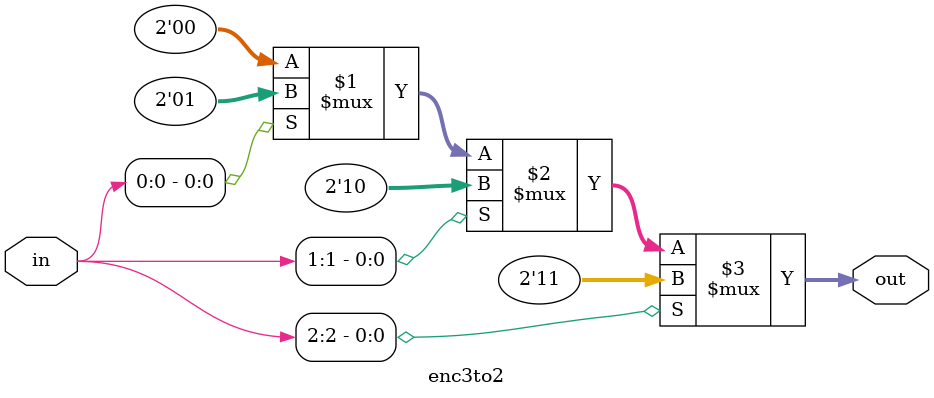
<source format=v>
`timescale 1ns / 1ps


module enc3to2(
    output [1:0] out,
    input [2:0] in
    );

    assign out = in[2] ? 2'b11 : (in[1] ? 2'b10 : (in[0] ? 2'b01 : 2'b00));
endmodule

</source>
